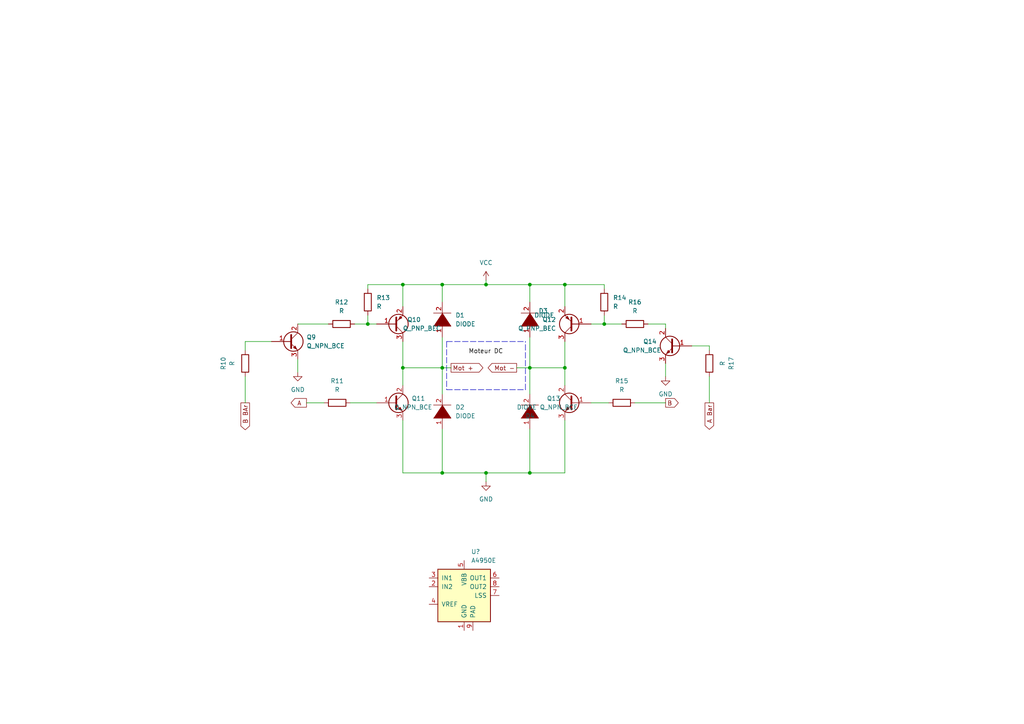
<source format=kicad_sch>
(kicad_sch (version 20211123) (generator eeschema)

  (uuid 1e4210c7-8f94-4183-89e4-4fe846985689)

  (paper "A4")

  (title_block
    (title "Circuit de Control du Moteur principal")
    (date "22/09/2022")
    (rev "1")
    (company "Kosa-Ivasca Patrick")
  )

  (lib_symbols
    (symbol "Device:Q_NPN_BCE" (pin_names (offset 0) hide) (in_bom yes) (on_board yes)
      (property "Reference" "Q" (id 0) (at 5.08 1.27 0)
        (effects (font (size 1.27 1.27)) (justify left))
      )
      (property "Value" "Q_NPN_BCE" (id 1) (at 5.08 -1.27 0)
        (effects (font (size 1.27 1.27)) (justify left))
      )
      (property "Footprint" "" (id 2) (at 5.08 2.54 0)
        (effects (font (size 1.27 1.27)) hide)
      )
      (property "Datasheet" "~" (id 3) (at 0 0 0)
        (effects (font (size 1.27 1.27)) hide)
      )
      (property "ki_keywords" "transistor NPN" (id 4) (at 0 0 0)
        (effects (font (size 1.27 1.27)) hide)
      )
      (property "ki_description" "NPN transistor, base/collector/emitter" (id 5) (at 0 0 0)
        (effects (font (size 1.27 1.27)) hide)
      )
      (symbol "Q_NPN_BCE_0_1"
        (polyline
          (pts
            (xy 0.635 0.635)
            (xy 2.54 2.54)
          )
          (stroke (width 0) (type default) (color 0 0 0 0))
          (fill (type none))
        )
        (polyline
          (pts
            (xy 0.635 -0.635)
            (xy 2.54 -2.54)
            (xy 2.54 -2.54)
          )
          (stroke (width 0) (type default) (color 0 0 0 0))
          (fill (type none))
        )
        (polyline
          (pts
            (xy 0.635 1.905)
            (xy 0.635 -1.905)
            (xy 0.635 -1.905)
          )
          (stroke (width 0.508) (type default) (color 0 0 0 0))
          (fill (type none))
        )
        (polyline
          (pts
            (xy 1.27 -1.778)
            (xy 1.778 -1.27)
            (xy 2.286 -2.286)
            (xy 1.27 -1.778)
            (xy 1.27 -1.778)
          )
          (stroke (width 0) (type default) (color 0 0 0 0))
          (fill (type outline))
        )
        (circle (center 1.27 0) (radius 2.8194)
          (stroke (width 0.254) (type default) (color 0 0 0 0))
          (fill (type none))
        )
      )
      (symbol "Q_NPN_BCE_1_1"
        (pin input line (at -5.08 0 0) (length 5.715)
          (name "B" (effects (font (size 1.27 1.27))))
          (number "1" (effects (font (size 1.27 1.27))))
        )
        (pin passive line (at 2.54 5.08 270) (length 2.54)
          (name "C" (effects (font (size 1.27 1.27))))
          (number "2" (effects (font (size 1.27 1.27))))
        )
        (pin passive line (at 2.54 -5.08 90) (length 2.54)
          (name "E" (effects (font (size 1.27 1.27))))
          (number "3" (effects (font (size 1.27 1.27))))
        )
      )
    )
    (symbol "Device:Q_PNP_BEC" (pin_names (offset 0) hide) (in_bom yes) (on_board yes)
      (property "Reference" "Q" (id 0) (at 5.08 1.27 0)
        (effects (font (size 1.27 1.27)) (justify left))
      )
      (property "Value" "Q_PNP_BEC" (id 1) (at 5.08 -1.27 0)
        (effects (font (size 1.27 1.27)) (justify left))
      )
      (property "Footprint" "" (id 2) (at 5.08 2.54 0)
        (effects (font (size 1.27 1.27)) hide)
      )
      (property "Datasheet" "~" (id 3) (at 0 0 0)
        (effects (font (size 1.27 1.27)) hide)
      )
      (property "ki_keywords" "transistor PNP" (id 4) (at 0 0 0)
        (effects (font (size 1.27 1.27)) hide)
      )
      (property "ki_description" "PNP transistor, base/emitter/collector" (id 5) (at 0 0 0)
        (effects (font (size 1.27 1.27)) hide)
      )
      (symbol "Q_PNP_BEC_0_1"
        (polyline
          (pts
            (xy 0.635 0.635)
            (xy 2.54 2.54)
          )
          (stroke (width 0) (type default) (color 0 0 0 0))
          (fill (type none))
        )
        (polyline
          (pts
            (xy 0.635 -0.635)
            (xy 2.54 -2.54)
            (xy 2.54 -2.54)
          )
          (stroke (width 0) (type default) (color 0 0 0 0))
          (fill (type none))
        )
        (polyline
          (pts
            (xy 0.635 1.905)
            (xy 0.635 -1.905)
            (xy 0.635 -1.905)
          )
          (stroke (width 0.508) (type default) (color 0 0 0 0))
          (fill (type none))
        )
        (polyline
          (pts
            (xy 2.286 -1.778)
            (xy 1.778 -2.286)
            (xy 1.27 -1.27)
            (xy 2.286 -1.778)
            (xy 2.286 -1.778)
          )
          (stroke (width 0) (type default) (color 0 0 0 0))
          (fill (type outline))
        )
        (circle (center 1.27 0) (radius 2.8194)
          (stroke (width 0.254) (type default) (color 0 0 0 0))
          (fill (type none))
        )
      )
      (symbol "Q_PNP_BEC_1_1"
        (pin input line (at -5.08 0 0) (length 5.715)
          (name "B" (effects (font (size 1.27 1.27))))
          (number "1" (effects (font (size 1.27 1.27))))
        )
        (pin passive line (at 2.54 -5.08 90) (length 2.54)
          (name "E" (effects (font (size 1.27 1.27))))
          (number "2" (effects (font (size 1.27 1.27))))
        )
        (pin passive line (at 2.54 5.08 270) (length 2.54)
          (name "C" (effects (font (size 1.27 1.27))))
          (number "3" (effects (font (size 1.27 1.27))))
        )
      )
    )
    (symbol "Device:R" (pin_numbers hide) (pin_names (offset 0)) (in_bom yes) (on_board yes)
      (property "Reference" "R" (id 0) (at 2.032 0 90)
        (effects (font (size 1.27 1.27)))
      )
      (property "Value" "R" (id 1) (at 0 0 90)
        (effects (font (size 1.27 1.27)))
      )
      (property "Footprint" "" (id 2) (at -1.778 0 90)
        (effects (font (size 1.27 1.27)) hide)
      )
      (property "Datasheet" "~" (id 3) (at 0 0 0)
        (effects (font (size 1.27 1.27)) hide)
      )
      (property "ki_keywords" "R res resistor" (id 4) (at 0 0 0)
        (effects (font (size 1.27 1.27)) hide)
      )
      (property "ki_description" "Resistor" (id 5) (at 0 0 0)
        (effects (font (size 1.27 1.27)) hide)
      )
      (property "ki_fp_filters" "R_*" (id 6) (at 0 0 0)
        (effects (font (size 1.27 1.27)) hide)
      )
      (symbol "R_0_1"
        (rectangle (start -1.016 -2.54) (end 1.016 2.54)
          (stroke (width 0.254) (type default) (color 0 0 0 0))
          (fill (type none))
        )
      )
      (symbol "R_1_1"
        (pin passive line (at 0 3.81 270) (length 1.27)
          (name "~" (effects (font (size 1.27 1.27))))
          (number "1" (effects (font (size 1.27 1.27))))
        )
        (pin passive line (at 0 -3.81 90) (length 1.27)
          (name "~" (effects (font (size 1.27 1.27))))
          (number "2" (effects (font (size 1.27 1.27))))
        )
      )
    )
    (symbol "Driver_Motor:A4950E" (pin_names (offset 1.016)) (in_bom yes) (on_board yes)
      (property "Reference" "U" (id 0) (at -7.62 8.89 0)
        (effects (font (size 1.27 1.27)) (justify left))
      )
      (property "Value" "A4950E" (id 1) (at 5.08 8.89 0)
        (effects (font (size 1.27 1.27)) (justify left))
      )
      (property "Footprint" "Package_SO:SOIC-8-1EP_3.9x4.9mm_P1.27mm_EP2.41x3.3mm" (id 2) (at 0 -13.97 0)
        (effects (font (size 1.27 1.27)) hide)
      )
      (property "Datasheet" "http://www.allegromicro.com/~/media/Files/Datasheets/A4950-Datasheet.ashx" (id 3) (at -7.62 8.89 0)
        (effects (font (size 1.27 1.27)) hide)
      )
      (property "ki_keywords" "full-bridge h-bridge" (id 4) (at 0 0 0)
        (effects (font (size 1.27 1.27)) hide)
      )
      (property "ki_description" "Full-Bridge, DMOS PWM, Motor Driver, 40V, 3.5A, -40 to +85C" (id 5) (at 0 0 0)
        (effects (font (size 1.27 1.27)) hide)
      )
      (property "ki_fp_filters" "SOIC-*1EP*" (id 6) (at 0 0 0)
        (effects (font (size 1.27 1.27)) hide)
      )
      (symbol "A4950E_0_1"
        (rectangle (start -7.62 7.62) (end 7.62 -7.62)
          (stroke (width 0.254) (type default) (color 0 0 0 0))
          (fill (type background))
        )
      )
      (symbol "A4950E_1_1"
        (pin power_in line (at 0 -10.16 90) (length 2.54)
          (name "GND" (effects (font (size 1.27 1.27))))
          (number "1" (effects (font (size 1.27 1.27))))
        )
        (pin input line (at -10.16 2.54 0) (length 2.54)
          (name "IN2" (effects (font (size 1.27 1.27))))
          (number "2" (effects (font (size 1.27 1.27))))
        )
        (pin input line (at -10.16 5.08 0) (length 2.54)
          (name "IN1" (effects (font (size 1.27 1.27))))
          (number "3" (effects (font (size 1.27 1.27))))
        )
        (pin passive line (at -10.16 -2.54 0) (length 2.54)
          (name "VREF" (effects (font (size 1.27 1.27))))
          (number "4" (effects (font (size 1.27 1.27))))
        )
        (pin power_in line (at 0 10.16 270) (length 2.54)
          (name "VBB" (effects (font (size 1.27 1.27))))
          (number "5" (effects (font (size 1.27 1.27))))
        )
        (pin power_out line (at 10.16 5.08 180) (length 2.54)
          (name "OUT1" (effects (font (size 1.27 1.27))))
          (number "6" (effects (font (size 1.27 1.27))))
        )
        (pin power_in line (at 10.16 0 180) (length 2.54)
          (name "LSS" (effects (font (size 1.27 1.27))))
          (number "7" (effects (font (size 1.27 1.27))))
        )
        (pin power_out line (at 10.16 2.54 180) (length 2.54)
          (name "OUT2" (effects (font (size 1.27 1.27))))
          (number "8" (effects (font (size 1.27 1.27))))
        )
        (pin power_in line (at 2.54 -10.16 90) (length 2.54)
          (name "PAD" (effects (font (size 1.27 1.27))))
          (number "9" (effects (font (size 1.27 1.27))))
        )
      )
    )
    (symbol "power:GND" (power) (pin_names (offset 0)) (in_bom yes) (on_board yes)
      (property "Reference" "#PWR" (id 0) (at 0 -6.35 0)
        (effects (font (size 1.27 1.27)) hide)
      )
      (property "Value" "GND" (id 1) (at 0 -3.81 0)
        (effects (font (size 1.27 1.27)))
      )
      (property "Footprint" "" (id 2) (at 0 0 0)
        (effects (font (size 1.27 1.27)) hide)
      )
      (property "Datasheet" "" (id 3) (at 0 0 0)
        (effects (font (size 1.27 1.27)) hide)
      )
      (property "ki_keywords" "power-flag" (id 4) (at 0 0 0)
        (effects (font (size 1.27 1.27)) hide)
      )
      (property "ki_description" "Power symbol creates a global label with name \"GND\" , ground" (id 5) (at 0 0 0)
        (effects (font (size 1.27 1.27)) hide)
      )
      (symbol "GND_0_1"
        (polyline
          (pts
            (xy 0 0)
            (xy 0 -1.27)
            (xy 1.27 -1.27)
            (xy 0 -2.54)
            (xy -1.27 -1.27)
            (xy 0 -1.27)
          )
          (stroke (width 0) (type default) (color 0 0 0 0))
          (fill (type none))
        )
      )
      (symbol "GND_1_1"
        (pin power_in line (at 0 0 270) (length 0) hide
          (name "GND" (effects (font (size 1.27 1.27))))
          (number "1" (effects (font (size 1.27 1.27))))
        )
      )
    )
    (symbol "power:VCC" (power) (pin_names (offset 0)) (in_bom yes) (on_board yes)
      (property "Reference" "#PWR" (id 0) (at 0 -3.81 0)
        (effects (font (size 1.27 1.27)) hide)
      )
      (property "Value" "VCC" (id 1) (at 0 3.81 0)
        (effects (font (size 1.27 1.27)))
      )
      (property "Footprint" "" (id 2) (at 0 0 0)
        (effects (font (size 1.27 1.27)) hide)
      )
      (property "Datasheet" "" (id 3) (at 0 0 0)
        (effects (font (size 1.27 1.27)) hide)
      )
      (property "ki_keywords" "power-flag" (id 4) (at 0 0 0)
        (effects (font (size 1.27 1.27)) hide)
      )
      (property "ki_description" "Power symbol creates a global label with name \"VCC\"" (id 5) (at 0 0 0)
        (effects (font (size 1.27 1.27)) hide)
      )
      (symbol "VCC_0_1"
        (polyline
          (pts
            (xy -0.762 1.27)
            (xy 0 2.54)
          )
          (stroke (width 0) (type default) (color 0 0 0 0))
          (fill (type none))
        )
        (polyline
          (pts
            (xy 0 0)
            (xy 0 2.54)
          )
          (stroke (width 0) (type default) (color 0 0 0 0))
          (fill (type none))
        )
        (polyline
          (pts
            (xy 0 2.54)
            (xy 0.762 1.27)
          )
          (stroke (width 0) (type default) (color 0 0 0 0))
          (fill (type none))
        )
      )
      (symbol "VCC_1_1"
        (pin power_in line (at 0 0 90) (length 0) hide
          (name "VCC" (effects (font (size 1.27 1.27))))
          (number "1" (effects (font (size 1.27 1.27))))
        )
      )
    )
    (symbol "pspice:DIODE" (pin_names (offset 1.016) hide) (in_bom yes) (on_board yes)
      (property "Reference" "D" (id 0) (at 0 3.81 0)
        (effects (font (size 1.27 1.27)))
      )
      (property "Value" "DIODE" (id 1) (at 0 -4.445 0)
        (effects (font (size 1.27 1.27)))
      )
      (property "Footprint" "" (id 2) (at 0 0 0)
        (effects (font (size 1.27 1.27)) hide)
      )
      (property "Datasheet" "~" (id 3) (at 0 0 0)
        (effects (font (size 1.27 1.27)) hide)
      )
      (property "ki_keywords" "simulation" (id 4) (at 0 0 0)
        (effects (font (size 1.27 1.27)) hide)
      )
      (property "ki_description" "Diode symbol for simulation only. Pin order incompatible with official kicad footprints" (id 5) (at 0 0 0)
        (effects (font (size 1.27 1.27)) hide)
      )
      (symbol "DIODE_0_1"
        (polyline
          (pts
            (xy 1.905 2.54)
            (xy 1.905 -2.54)
          )
          (stroke (width 0) (type default) (color 0 0 0 0))
          (fill (type none))
        )
        (polyline
          (pts
            (xy -1.905 2.54)
            (xy -1.905 -2.54)
            (xy 1.905 0)
          )
          (stroke (width 0) (type default) (color 0 0 0 0))
          (fill (type outline))
        )
      )
      (symbol "DIODE_1_1"
        (pin input line (at -5.08 0 0) (length 3.81)
          (name "K" (effects (font (size 1.27 1.27))))
          (number "1" (effects (font (size 1.27 1.27))))
        )
        (pin input line (at 5.08 0 180) (length 3.81)
          (name "A" (effects (font (size 1.27 1.27))))
          (number "2" (effects (font (size 1.27 1.27))))
        )
      )
    )
  )

  (junction (at 163.83 82.55) (diameter 0) (color 0 0 0 0)
    (uuid 44c3f807-d4e5-47ea-80ef-83b410f30586)
  )
  (junction (at 116.84 82.55) (diameter 0) (color 0 0 0 0)
    (uuid 5de1453f-babc-47fe-98c4-9f0cac52ad22)
  )
  (junction (at 128.27 106.68) (diameter 0) (color 0 0 0 0)
    (uuid 5edb3971-868c-4b58-891b-0117334cc8e4)
  )
  (junction (at 153.67 82.55) (diameter 0) (color 0 0 0 0)
    (uuid 7786a9c5-ffcd-4010-a2a6-3d8f98949468)
  )
  (junction (at 153.67 137.16) (diameter 0) (color 0 0 0 0)
    (uuid 7ee3a800-3112-4587-8944-69d7e24592f5)
  )
  (junction (at 128.27 137.16) (diameter 0) (color 0 0 0 0)
    (uuid 9c73120a-bc38-4008-ad89-69975da7d8cb)
  )
  (junction (at 175.26 93.98) (diameter 0) (color 0 0 0 0)
    (uuid a29a37dc-491d-4298-a1db-68e78da5d942)
  )
  (junction (at 106.68 93.98) (diameter 0) (color 0 0 0 0)
    (uuid affe533d-8c06-4477-9ae7-4db062578c64)
  )
  (junction (at 163.83 106.68) (diameter 0) (color 0 0 0 0)
    (uuid b2c2cf79-8d2c-472c-988a-f8c71d8a74b7)
  )
  (junction (at 128.27 82.55) (diameter 0) (color 0 0 0 0)
    (uuid c49bd0a5-9edc-42dd-8b65-683e8ee172e9)
  )
  (junction (at 116.84 106.68) (diameter 0) (color 0 0 0 0)
    (uuid ef15914e-1261-4a99-a0ec-863e5b43b92c)
  )
  (junction (at 140.97 137.16) (diameter 0) (color 0 0 0 0)
    (uuid f4f25737-6459-4c23-9c37-a82090dff54b)
  )
  (junction (at 140.97 82.55) (diameter 0) (color 0 0 0 0)
    (uuid faec613d-d7ee-4a13-a9f2-74d6414be711)
  )
  (junction (at 153.67 106.68) (diameter 0) (color 0 0 0 0)
    (uuid ffe2d4fd-15f1-4c53-aaac-c53691f374a9)
  )

  (wire (pts (xy 200.66 100.33) (xy 205.74 100.33))
    (stroke (width 0) (type default) (color 0 0 0 0))
    (uuid 01637125-00c7-4f0a-a88c-c5bb652cf5ec)
  )
  (wire (pts (xy 153.67 106.68) (xy 163.83 106.68))
    (stroke (width 0) (type default) (color 0 0 0 0))
    (uuid 0e0b6622-22ca-49a7-ac4f-afabfb6f2650)
  )
  (wire (pts (xy 116.84 137.16) (xy 128.27 137.16))
    (stroke (width 0) (type default) (color 0 0 0 0))
    (uuid 130a1436-0118-43db-8429-e380b000ab91)
  )
  (wire (pts (xy 116.84 88.9) (xy 116.84 82.55))
    (stroke (width 0) (type default) (color 0 0 0 0))
    (uuid 15b0df89-31ab-408c-b2b7-b68f3893f8c4)
  )
  (wire (pts (xy 116.84 106.68) (xy 128.27 106.68))
    (stroke (width 0) (type default) (color 0 0 0 0))
    (uuid 16f8d6ea-4938-4732-9f14-c09b7f0b7600)
  )
  (wire (pts (xy 71.12 116.84) (xy 71.12 109.22))
    (stroke (width 0) (type default) (color 0 0 0 0))
    (uuid 18171e3f-fb8b-4bd6-aecd-808f8dace152)
  )
  (wire (pts (xy 128.27 106.68) (xy 128.27 114.3))
    (stroke (width 0) (type default) (color 0 0 0 0))
    (uuid 18736b9c-811b-4b97-b56c-5a67c878887a)
  )
  (polyline (pts (xy 129.54 99.06) (xy 129.54 113.03))
    (stroke (width 0) (type default) (color 0 0 0 0))
    (uuid 1da60df7-f572-4cc4-b75e-97adc9d6e5ab)
  )

  (wire (pts (xy 193.04 93.98) (xy 193.04 95.25))
    (stroke (width 0) (type default) (color 0 0 0 0))
    (uuid 23a0700f-1629-411c-8a20-41d5fd586ee4)
  )
  (wire (pts (xy 128.27 137.16) (xy 140.97 137.16))
    (stroke (width 0) (type default) (color 0 0 0 0))
    (uuid 24b46e47-e333-496d-b5c6-5185752c2d41)
  )
  (wire (pts (xy 86.36 93.98) (xy 95.25 93.98))
    (stroke (width 0) (type default) (color 0 0 0 0))
    (uuid 2a1284ad-abcb-4387-aab3-4c6bbfaefced)
  )
  (wire (pts (xy 140.97 82.55) (xy 153.67 82.55))
    (stroke (width 0) (type default) (color 0 0 0 0))
    (uuid 2ac03fdb-9b7f-49ef-a301-2a366bed4b1b)
  )
  (wire (pts (xy 128.27 82.55) (xy 128.27 87.63))
    (stroke (width 0) (type default) (color 0 0 0 0))
    (uuid 2adb454a-7370-4371-9541-8e5130b47b4d)
  )
  (wire (pts (xy 175.26 93.98) (xy 180.34 93.98))
    (stroke (width 0) (type default) (color 0 0 0 0))
    (uuid 2b928f88-0f78-447c-8867-14b2a5f9334a)
  )
  (wire (pts (xy 187.96 93.98) (xy 193.04 93.98))
    (stroke (width 0) (type default) (color 0 0 0 0))
    (uuid 2dd5b562-0e02-4d0e-80f7-52f77a7615d7)
  )
  (wire (pts (xy 205.74 100.33) (xy 205.74 101.6))
    (stroke (width 0) (type default) (color 0 0 0 0))
    (uuid 326384be-4794-40ed-801c-993d2df2aa86)
  )
  (wire (pts (xy 153.67 82.55) (xy 163.83 82.55))
    (stroke (width 0) (type default) (color 0 0 0 0))
    (uuid 340765e1-267c-4c93-b95d-5cebc4a50cce)
  )
  (wire (pts (xy 78.74 99.06) (xy 71.12 99.06))
    (stroke (width 0) (type default) (color 0 0 0 0))
    (uuid 34ba9ccb-c6ff-46fb-a037-b09d060e98c9)
  )
  (wire (pts (xy 153.67 97.79) (xy 153.67 106.68))
    (stroke (width 0) (type default) (color 0 0 0 0))
    (uuid 3907d162-4ed9-4028-8908-3c98593b15b7)
  )
  (wire (pts (xy 128.27 106.68) (xy 130.81 106.68))
    (stroke (width 0) (type default) (color 0 0 0 0))
    (uuid 40eb89b1-521b-4329-8ac4-d03b575e5ad2)
  )
  (wire (pts (xy 184.15 116.84) (xy 193.04 116.84))
    (stroke (width 0) (type default) (color 0 0 0 0))
    (uuid 426a7268-969e-4d1f-a7c8-a3bc6e70e98b)
  )
  (wire (pts (xy 128.27 82.55) (xy 140.97 82.55))
    (stroke (width 0) (type default) (color 0 0 0 0))
    (uuid 4c330ef1-9ba2-46ad-98d6-a781b7d7befa)
  )
  (wire (pts (xy 71.12 99.06) (xy 71.12 101.6))
    (stroke (width 0) (type default) (color 0 0 0 0))
    (uuid 586a0b13-2396-4546-aec3-5d1a6daa48f9)
  )
  (wire (pts (xy 175.26 83.82) (xy 175.26 82.55))
    (stroke (width 0) (type default) (color 0 0 0 0))
    (uuid 5c56940e-deed-487e-9ef3-a325f3f8ded0)
  )
  (wire (pts (xy 116.84 99.06) (xy 116.84 106.68))
    (stroke (width 0) (type default) (color 0 0 0 0))
    (uuid 5d704835-9482-45ca-9698-0f54b5073adc)
  )
  (wire (pts (xy 140.97 137.16) (xy 140.97 139.7))
    (stroke (width 0) (type default) (color 0 0 0 0))
    (uuid 662bb0fd-9dd0-4a85-ac3c-cb5b29a29bd3)
  )
  (wire (pts (xy 140.97 82.55) (xy 140.97 81.28))
    (stroke (width 0) (type default) (color 0 0 0 0))
    (uuid 68a8de26-7356-480d-aeaf-e873529b2fbe)
  )
  (wire (pts (xy 101.6 116.84) (xy 109.22 116.84))
    (stroke (width 0) (type default) (color 0 0 0 0))
    (uuid 6ce43056-7338-4236-9eeb-ab13b8cf8795)
  )
  (wire (pts (xy 163.83 111.76) (xy 163.83 106.68))
    (stroke (width 0) (type default) (color 0 0 0 0))
    (uuid 6d1350b2-3866-4ed2-93e0-e183c289aca3)
  )
  (wire (pts (xy 153.67 124.46) (xy 153.67 137.16))
    (stroke (width 0) (type default) (color 0 0 0 0))
    (uuid 6e221ef5-2053-4e74-8a27-4dd427a1ffe9)
  )
  (wire (pts (xy 163.83 88.9) (xy 163.83 82.55))
    (stroke (width 0) (type default) (color 0 0 0 0))
    (uuid 729a86b3-13ba-47c1-bb40-170e6184be95)
  )
  (wire (pts (xy 106.68 82.55) (xy 106.68 83.82))
    (stroke (width 0) (type default) (color 0 0 0 0))
    (uuid 7575b8a1-0d0d-4317-b26a-c553c279ea9c)
  )
  (wire (pts (xy 116.84 82.55) (xy 128.27 82.55))
    (stroke (width 0) (type default) (color 0 0 0 0))
    (uuid 77b88e70-ce89-4424-9016-35e92e5c88f4)
  )
  (wire (pts (xy 102.87 93.98) (xy 106.68 93.98))
    (stroke (width 0) (type default) (color 0 0 0 0))
    (uuid 793182a7-a29c-4ffa-a1b9-5e68d1edcf7b)
  )
  (wire (pts (xy 106.68 91.44) (xy 106.68 93.98))
    (stroke (width 0) (type default) (color 0 0 0 0))
    (uuid 8019d10a-3c7d-4524-9923-73afddb3107c)
  )
  (wire (pts (xy 193.04 105.41) (xy 193.04 109.22))
    (stroke (width 0) (type default) (color 0 0 0 0))
    (uuid 83cb8e95-8010-4558-9e4b-1ac276568c25)
  )
  (wire (pts (xy 163.83 121.92) (xy 163.83 137.16))
    (stroke (width 0) (type default) (color 0 0 0 0))
    (uuid 8a0050ca-5c93-4c32-9f39-8740a74f5a42)
  )
  (wire (pts (xy 140.97 137.16) (xy 153.67 137.16))
    (stroke (width 0) (type default) (color 0 0 0 0))
    (uuid 8c50f30d-3567-4e5a-a406-4b968883032f)
  )
  (wire (pts (xy 175.26 93.98) (xy 171.45 93.98))
    (stroke (width 0) (type default) (color 0 0 0 0))
    (uuid 8eb73697-a956-4c36-a70c-7f1fb62bd7c7)
  )
  (wire (pts (xy 153.67 137.16) (xy 163.83 137.16))
    (stroke (width 0) (type default) (color 0 0 0 0))
    (uuid 91d360ab-fbe6-43ab-b6c5-9fa080add7c4)
  )
  (polyline (pts (xy 129.54 99.06) (xy 152.4 99.06))
    (stroke (width 0) (type default) (color 0 0 0 0))
    (uuid 97cb1a45-16d3-45d2-8be1-5424b81ddadf)
  )

  (wire (pts (xy 106.68 93.98) (xy 109.22 93.98))
    (stroke (width 0) (type default) (color 0 0 0 0))
    (uuid 990aac2a-0328-4b1d-a393-43916c7e826f)
  )
  (wire (pts (xy 88.9 116.84) (xy 93.98 116.84))
    (stroke (width 0) (type default) (color 0 0 0 0))
    (uuid 99c75f29-d5aa-4b13-9f7c-f1f93acc10cc)
  )
  (wire (pts (xy 116.84 82.55) (xy 106.68 82.55))
    (stroke (width 0) (type default) (color 0 0 0 0))
    (uuid 9ab96a22-3490-4ae7-b59d-388fb17e9364)
  )
  (wire (pts (xy 153.67 106.68) (xy 153.67 114.3))
    (stroke (width 0) (type default) (color 0 0 0 0))
    (uuid 9fd52c31-f4e2-471c-9307-1d52e11ec2dd)
  )
  (wire (pts (xy 153.67 82.55) (xy 153.67 87.63))
    (stroke (width 0) (type default) (color 0 0 0 0))
    (uuid a9fd323f-8c42-4fe6-9abf-12a16bd8486e)
  )
  (polyline (pts (xy 129.54 113.03) (xy 152.4 113.03))
    (stroke (width 0) (type default) (color 0 0 0 0))
    (uuid ab2d3771-3128-4360-b8e4-5771ff2ad8f8)
  )

  (wire (pts (xy 86.36 104.14) (xy 86.36 107.95))
    (stroke (width 0) (type default) (color 0 0 0 0))
    (uuid b44b0189-5bd2-48ce-b736-411bf3dec273)
  )
  (polyline (pts (xy 152.4 113.03) (xy 152.4 99.06))
    (stroke (width 0) (type default) (color 0 0 0 0))
    (uuid bfda1dc6-a6fb-4329-ac48-f17e1bb59ebc)
  )

  (wire (pts (xy 149.86 106.68) (xy 153.67 106.68))
    (stroke (width 0) (type default) (color 0 0 0 0))
    (uuid c0b03783-fb4f-4de5-b96c-50c70e716593)
  )
  (wire (pts (xy 175.26 91.44) (xy 175.26 93.98))
    (stroke (width 0) (type default) (color 0 0 0 0))
    (uuid cce2dbfd-bdd5-47bb-8648-1bf4bb3b9613)
  )
  (wire (pts (xy 116.84 106.68) (xy 116.84 111.76))
    (stroke (width 0) (type default) (color 0 0 0 0))
    (uuid d3fd8b8a-13f9-4209-8ac0-79684e7c5336)
  )
  (wire (pts (xy 116.84 121.92) (xy 116.84 137.16))
    (stroke (width 0) (type default) (color 0 0 0 0))
    (uuid d9f19eea-fdbe-40e2-8ae6-8c8e9a96258d)
  )
  (wire (pts (xy 163.83 99.06) (xy 163.83 106.68))
    (stroke (width 0) (type default) (color 0 0 0 0))
    (uuid e3311f84-bef0-4cbb-8ab3-73a673ddad3b)
  )
  (wire (pts (xy 205.74 109.22) (xy 205.74 116.84))
    (stroke (width 0) (type default) (color 0 0 0 0))
    (uuid e585a7ec-ad14-464a-9e3b-6d122e09d15c)
  )
  (wire (pts (xy 128.27 124.46) (xy 128.27 137.16))
    (stroke (width 0) (type default) (color 0 0 0 0))
    (uuid e7adf77b-b195-4589-b087-3b20e2efb593)
  )
  (wire (pts (xy 171.45 116.84) (xy 176.53 116.84))
    (stroke (width 0) (type default) (color 0 0 0 0))
    (uuid ee8e428c-3690-4090-9550-2e0ac442fe4d)
  )
  (wire (pts (xy 128.27 97.79) (xy 128.27 106.68))
    (stroke (width 0) (type default) (color 0 0 0 0))
    (uuid f5a8c47b-f6f3-4ce6-81e5-03d06b08dfe8)
  )
  (wire (pts (xy 175.26 82.55) (xy 163.83 82.55))
    (stroke (width 0) (type default) (color 0 0 0 0))
    (uuid f8f9e9e2-9469-4f24-b2e7-0c4b6b8234d5)
  )

  (label "Moteur DC" (at 135.89 102.87 0)
    (effects (font (size 1.27 1.27)) (justify left bottom))
    (uuid e35b213b-50dd-40b2-b6d9-c8ed0696695f)
  )

  (global_label "Mot -" (shape output) (at 149.86 106.68 180) (fields_autoplaced)
    (effects (font (size 1.27 1.27)) (justify right))
    (uuid 08aa5ab1-c7dc-44a4-a01e-ebb6f9b253c0)
    (property "Intersheet References" "${INTERSHEET_REFS}" (id 0) (at 141.5807 106.6006 0)
      (effects (font (size 1.27 1.27)) (justify right) hide)
    )
  )
  (global_label "A Bar" (shape output) (at 205.74 116.84 270) (fields_autoplaced)
    (effects (font (size 1.27 1.27)) (justify right))
    (uuid 4d8870b8-49d5-4c74-87df-39703fe9c348)
    (property "Intersheet References" "${INTERSHEET_REFS}" (id 0) (at 205.8194 124.5145 90)
      (effects (font (size 1.27 1.27)) (justify right) hide)
    )
  )
  (global_label "B BAr" (shape output) (at 71.12 116.84 270) (fields_autoplaced)
    (effects (font (size 1.27 1.27)) (justify right))
    (uuid 4eeeda4e-17af-4c55-93bf-caaa6e742b2d)
    (property "Intersheet References" "${INTERSHEET_REFS}" (id 0) (at 71.0406 124.6355 90)
      (effects (font (size 1.27 1.27)) (justify right) hide)
    )
  )
  (global_label "Mot + " (shape output) (at 130.81 106.68 0) (fields_autoplaced)
    (effects (font (size 1.27 1.27)) (justify left))
    (uuid 5f99f21e-32aa-4cd4-bb56-ec98eeda529d)
    (property "Intersheet References" "${INTERSHEET_REFS}" (id 0) (at 140.0569 106.6006 0)
      (effects (font (size 1.27 1.27)) (justify left) hide)
    )
  )
  (global_label "A " (shape output) (at 88.9 116.84 180) (fields_autoplaced)
    (effects (font (size 1.27 1.27)) (justify right))
    (uuid 72c8e8f8-edb8-4696-85ef-7073c7c41123)
    (property "Intersheet References" "${INTERSHEET_REFS}" (id 0) (at 84.4307 116.7606 0)
      (effects (font (size 1.27 1.27)) (justify right) hide)
    )
  )
  (global_label "B" (shape output) (at 193.04 116.84 0) (fields_autoplaced)
    (effects (font (size 1.27 1.27)) (justify left))
    (uuid d7ac80b8-f903-4cb1-a06e-e9599e3ef186)
    (property "Intersheet References" "${INTERSHEET_REFS}" (id 0) (at 196.7231 116.7606 0)
      (effects (font (size 1.27 1.27)) (justify left) hide)
    )
  )

  (symbol (lib_id "Driver_Motor:A4950E") (at 134.62 172.72 0) (unit 1)
    (in_bom yes) (on_board yes) (fields_autoplaced)
    (uuid 0c773524-6278-407c-9687-3d51a0386e84)
    (property "Reference" "U?" (id 0) (at 136.6394 160.02 0)
      (effects (font (size 1.27 1.27)) (justify left))
    )
    (property "Value" "A4950E" (id 1) (at 136.6394 162.56 0)
      (effects (font (size 1.27 1.27)) (justify left))
    )
    (property "Footprint" "Package_SO:SOIC-8-1EP_3.9x4.9mm_P1.27mm_EP2.41x3.3mm" (id 2) (at 134.62 186.69 0)
      (effects (font (size 1.27 1.27)) hide)
    )
    (property "Datasheet" "http://www.allegromicro.com/~/media/Files/Datasheets/A4950-Datasheet.ashx" (id 3) (at 127 163.83 0)
      (effects (font (size 1.27 1.27)) hide)
    )
    (pin "1" (uuid b08686b9-ad14-43f0-b13f-b01649fe56de))
    (pin "2" (uuid a666634c-8123-4641-a0f4-e3dbfe6bc74d))
    (pin "3" (uuid 6d203587-c3f3-480d-871a-bb2f4186ec92))
    (pin "4" (uuid 7f8598c1-2ee3-442f-982f-560327de9f42))
    (pin "5" (uuid 3e9c784e-2f01-4bfa-8f43-dacac2859f45))
    (pin "6" (uuid c72e15cb-d75d-449c-a12c-c98bca971478))
    (pin "7" (uuid 6f949bbe-21c5-4650-ad25-60e2cf6344a6))
    (pin "8" (uuid 6c12e398-72a1-4c7d-a4a7-17b2be3b9ea7))
    (pin "9" (uuid b43e7c21-8e6f-43e3-8dcf-3a3821eb96da))
  )

  (symbol (lib_id "Device:Q_NPN_BCE") (at 114.3 116.84 0) (unit 1)
    (in_bom yes) (on_board yes)
    (uuid 12339725-0481-4b9b-a51d-6d0c33389e50)
    (property "Reference" "Q11" (id 0) (at 119.38 115.5699 0)
      (effects (font (size 1.27 1.27)) (justify left))
    )
    (property "Value" "Q_NPN_BCE" (id 1) (at 114.3 118.11 0)
      (effects (font (size 1.27 1.27)) (justify left))
    )
    (property "Footprint" "" (id 2) (at 119.38 114.3 0)
      (effects (font (size 1.27 1.27)) hide)
    )
    (property "Datasheet" "~" (id 3) (at 114.3 116.84 0)
      (effects (font (size 1.27 1.27)) hide)
    )
    (pin "1" (uuid db635727-3cba-441a-a0fa-d4b0818455af))
    (pin "2" (uuid 749b11e2-b09b-47b6-97c1-393962c4f78a))
    (pin "3" (uuid 01c86741-2c86-4502-ae0f-368c29a9a358))
  )

  (symbol (lib_id "Device:R") (at 99.06 93.98 270) (unit 1)
    (in_bom yes) (on_board yes) (fields_autoplaced)
    (uuid 13233b3b-aa75-49d3-a5e8-8289c90f8c70)
    (property "Reference" "R12" (id 0) (at 99.06 87.63 90))
    (property "Value" "R" (id 1) (at 99.06 90.17 90))
    (property "Footprint" "" (id 2) (at 99.06 92.202 90)
      (effects (font (size 1.27 1.27)) hide)
    )
    (property "Datasheet" "~" (id 3) (at 99.06 93.98 0)
      (effects (font (size 1.27 1.27)) hide)
    )
    (pin "1" (uuid 5754367b-a36d-431d-90a6-c0fb8630fe9d))
    (pin "2" (uuid 87eea388-320e-4bd2-88a1-66940450e33c))
  )

  (symbol (lib_id "Device:R") (at 205.74 105.41 180) (unit 1)
    (in_bom yes) (on_board yes) (fields_autoplaced)
    (uuid 24eb1c7e-3c88-432d-b2db-3f75481bf039)
    (property "Reference" "R17" (id 0) (at 212.09 105.41 90))
    (property "Value" "R" (id 1) (at 209.55 105.41 90))
    (property "Footprint" "" (id 2) (at 207.518 105.41 90)
      (effects (font (size 1.27 1.27)) hide)
    )
    (property "Datasheet" "~" (id 3) (at 205.74 105.41 0)
      (effects (font (size 1.27 1.27)) hide)
    )
    (pin "1" (uuid a087f11f-3c6e-4501-8b13-02967d3fc090))
    (pin "2" (uuid d11a3b59-1c73-4073-9e67-be42d22d73b9))
  )

  (symbol (lib_id "power:GND") (at 193.04 109.22 0) (unit 1)
    (in_bom yes) (on_board yes) (fields_autoplaced)
    (uuid 2502cf3b-48b9-459e-a155-6760e646a3ad)
    (property "Reference" "#PWR0114" (id 0) (at 193.04 115.57 0)
      (effects (font (size 1.27 1.27)) hide)
    )
    (property "Value" "GND" (id 1) (at 193.04 114.3 0))
    (property "Footprint" "" (id 2) (at 193.04 109.22 0)
      (effects (font (size 1.27 1.27)) hide)
    )
    (property "Datasheet" "" (id 3) (at 193.04 109.22 0)
      (effects (font (size 1.27 1.27)) hide)
    )
    (pin "1" (uuid 5476f5ed-08a0-4b1e-b5aa-1cdc71afcec0))
  )

  (symbol (lib_id "Device:R") (at 184.15 93.98 90) (unit 1)
    (in_bom yes) (on_board yes) (fields_autoplaced)
    (uuid 27127790-7908-4ecb-a6b6-d44c6d253831)
    (property "Reference" "R16" (id 0) (at 184.15 87.63 90))
    (property "Value" "R" (id 1) (at 184.15 90.17 90))
    (property "Footprint" "" (id 2) (at 184.15 95.758 90)
      (effects (font (size 1.27 1.27)) hide)
    )
    (property "Datasheet" "~" (id 3) (at 184.15 93.98 0)
      (effects (font (size 1.27 1.27)) hide)
    )
    (pin "1" (uuid df99e7a5-2079-489f-b90a-d295904361c0))
    (pin "2" (uuid 78eb6903-c4d9-4cc6-89a5-0427846482b8))
  )

  (symbol (lib_id "Device:Q_PNP_BEC") (at 166.37 93.98 180) (unit 1)
    (in_bom yes) (on_board yes) (fields_autoplaced)
    (uuid 27ab1b07-2e76-4196-9cf5-e48decadde0c)
    (property "Reference" "Q12" (id 0) (at 161.29 92.7099 0)
      (effects (font (size 1.27 1.27)) (justify left))
    )
    (property "Value" "Q_PNP_BEC" (id 1) (at 161.29 95.2499 0)
      (effects (font (size 1.27 1.27)) (justify left))
    )
    (property "Footprint" "" (id 2) (at 161.29 96.52 0)
      (effects (font (size 1.27 1.27)) hide)
    )
    (property "Datasheet" "~" (id 3) (at 166.37 93.98 0)
      (effects (font (size 1.27 1.27)) hide)
    )
    (pin "1" (uuid c2fb927a-bef2-49fb-a004-d9403dd7d865))
    (pin "2" (uuid 2cb5a264-8b0c-42bf-8bda-f7af77eebd6a))
    (pin "3" (uuid 8d671b16-de9b-43e1-952d-54f2c32721b4))
  )

  (symbol (lib_id "pspice:DIODE") (at 153.67 92.71 90) (unit 1)
    (in_bom yes) (on_board yes)
    (uuid 28dfb1a0-7ad7-4fbf-bbfd-42672854c304)
    (property "Reference" "D3" (id 0) (at 156.21 90.17 90)
      (effects (font (size 1.27 1.27)) (justify right))
    )
    (property "Value" "DIODE" (id 1) (at 154.94 91.44 90)
      (effects (font (size 1.27 1.27)) (justify right))
    )
    (property "Footprint" "" (id 2) (at 153.67 92.71 0)
      (effects (font (size 1.27 1.27)) hide)
    )
    (property "Datasheet" "~" (id 3) (at 153.67 92.71 0)
      (effects (font (size 1.27 1.27)) hide)
    )
    (pin "1" (uuid 6461bbf9-a45b-4ff3-8a15-514511aa1290))
    (pin "2" (uuid 50a955f3-1649-4f2b-be24-be6b70634dae))
  )

  (symbol (lib_id "Device:Q_NPN_BCE") (at 195.58 100.33 0) (mirror y) (unit 1)
    (in_bom yes) (on_board yes)
    (uuid 2bb6ff78-29e5-4500-a488-d2726ee8dc2b)
    (property "Reference" "Q14" (id 0) (at 190.5 99.0599 0)
      (effects (font (size 1.27 1.27)) (justify left))
    )
    (property "Value" "Q_NPN_BCE" (id 1) (at 191.77 101.5999 0)
      (effects (font (size 1.27 1.27)) (justify left))
    )
    (property "Footprint" "" (id 2) (at 190.5 97.79 0)
      (effects (font (size 1.27 1.27)) hide)
    )
    (property "Datasheet" "~" (id 3) (at 195.58 100.33 0)
      (effects (font (size 1.27 1.27)) hide)
    )
    (pin "1" (uuid b5ca588c-b2cd-47ce-a853-4460de95cced))
    (pin "2" (uuid b987bc38-678f-44cf-85c6-dff6f51e68b2))
    (pin "3" (uuid 45395a30-35a2-41d2-bf57-c4d36a73c5b6))
  )

  (symbol (lib_id "pspice:DIODE") (at 128.27 119.38 90) (unit 1)
    (in_bom yes) (on_board yes) (fields_autoplaced)
    (uuid 3bbdb8d8-f2f8-4286-9754-8e9352a94243)
    (property "Reference" "D2" (id 0) (at 132.08 118.1099 90)
      (effects (font (size 1.27 1.27)) (justify right))
    )
    (property "Value" "DIODE" (id 1) (at 132.08 120.6499 90)
      (effects (font (size 1.27 1.27)) (justify right))
    )
    (property "Footprint" "" (id 2) (at 128.27 119.38 0)
      (effects (font (size 1.27 1.27)) hide)
    )
    (property "Datasheet" "~" (id 3) (at 128.27 119.38 0)
      (effects (font (size 1.27 1.27)) hide)
    )
    (pin "1" (uuid b58cca5e-acda-4a5e-9cff-e8f18ca241da))
    (pin "2" (uuid 5f7ae099-d374-4333-af3e-8cad56ab66ce))
  )

  (symbol (lib_id "Device:Q_NPN_BCE") (at 83.82 99.06 0) (unit 1)
    (in_bom yes) (on_board yes) (fields_autoplaced)
    (uuid 58b26ce7-2128-4c29-ad9a-a7789663f8bd)
    (property "Reference" "Q9" (id 0) (at 88.9 97.7899 0)
      (effects (font (size 1.27 1.27)) (justify left))
    )
    (property "Value" "Q_NPN_BCE" (id 1) (at 88.9 100.3299 0)
      (effects (font (size 1.27 1.27)) (justify left))
    )
    (property "Footprint" "" (id 2) (at 88.9 96.52 0)
      (effects (font (size 1.27 1.27)) hide)
    )
    (property "Datasheet" "~" (id 3) (at 83.82 99.06 0)
      (effects (font (size 1.27 1.27)) hide)
    )
    (pin "1" (uuid 6189b29c-6e1c-4ebf-a999-6c27b2a33c76))
    (pin "2" (uuid ca963dc6-2fa2-4dbb-a79a-72ef7c3392a4))
    (pin "3" (uuid e0342b69-11ad-4bef-930f-64ef72ee7cfa))
  )

  (symbol (lib_id "Device:Q_PNP_BEC") (at 114.3 93.98 0) (mirror x) (unit 1)
    (in_bom yes) (on_board yes)
    (uuid 6bc619ee-ac20-452b-a669-47475f2ba07a)
    (property "Reference" "Q10" (id 0) (at 118.11 92.71 0)
      (effects (font (size 1.27 1.27)) (justify left))
    )
    (property "Value" "Q_PNP_BEC" (id 1) (at 116.84 95.25 0)
      (effects (font (size 1.27 1.27)) (justify left))
    )
    (property "Footprint" "" (id 2) (at 119.38 96.52 0)
      (effects (font (size 1.27 1.27)) hide)
    )
    (property "Datasheet" "~" (id 3) (at 114.3 93.98 0)
      (effects (font (size 1.27 1.27)) hide)
    )
    (pin "1" (uuid 306509b7-069a-4a9d-a6d5-aa2d44631476))
    (pin "2" (uuid b9c45f3f-5ebb-43fc-b37b-be27253559a4))
    (pin "3" (uuid 33954ea4-e4d6-4b4f-946c-b19971968578))
  )

  (symbol (lib_id "pspice:DIODE") (at 128.27 92.71 90) (unit 1)
    (in_bom yes) (on_board yes) (fields_autoplaced)
    (uuid 7218dbd0-1f73-4d3d-a8fa-a48184169a49)
    (property "Reference" "D1" (id 0) (at 132.08 91.4399 90)
      (effects (font (size 1.27 1.27)) (justify right))
    )
    (property "Value" "DIODE" (id 1) (at 132.08 93.9799 90)
      (effects (font (size 1.27 1.27)) (justify right))
    )
    (property "Footprint" "" (id 2) (at 128.27 92.71 0)
      (effects (font (size 1.27 1.27)) hide)
    )
    (property "Datasheet" "~" (id 3) (at 128.27 92.71 0)
      (effects (font (size 1.27 1.27)) hide)
    )
    (pin "1" (uuid c743897e-55de-4169-a869-04a6f4e9f878))
    (pin "2" (uuid de7ee0f2-764d-4de6-8fd6-512ee8580f9c))
  )

  (symbol (lib_id "power:GND") (at 140.97 139.7 0) (unit 1)
    (in_bom yes) (on_board yes) (fields_autoplaced)
    (uuid 7bf1f447-2634-44ce-86ff-671e6ae493e6)
    (property "Reference" "#PWR0112" (id 0) (at 140.97 146.05 0)
      (effects (font (size 1.27 1.27)) hide)
    )
    (property "Value" "GND" (id 1) (at 140.97 144.78 0))
    (property "Footprint" "" (id 2) (at 140.97 139.7 0)
      (effects (font (size 1.27 1.27)) hide)
    )
    (property "Datasheet" "" (id 3) (at 140.97 139.7 0)
      (effects (font (size 1.27 1.27)) hide)
    )
    (pin "1" (uuid a2b5dc5b-746b-4b43-9596-33a0163a4788))
  )

  (symbol (lib_id "Device:R") (at 175.26 87.63 0) (unit 1)
    (in_bom yes) (on_board yes) (fields_autoplaced)
    (uuid 875d57f7-28fa-4ca2-a9f4-b30e3f037325)
    (property "Reference" "R14" (id 0) (at 177.8 86.3599 0)
      (effects (font (size 1.27 1.27)) (justify left))
    )
    (property "Value" "R" (id 1) (at 177.8 88.8999 0)
      (effects (font (size 1.27 1.27)) (justify left))
    )
    (property "Footprint" "" (id 2) (at 173.482 87.63 90)
      (effects (font (size 1.27 1.27)) hide)
    )
    (property "Datasheet" "~" (id 3) (at 175.26 87.63 0)
      (effects (font (size 1.27 1.27)) hide)
    )
    (pin "1" (uuid 90c8240b-413e-45ac-89d9-f46b97b3b7fd))
    (pin "2" (uuid 9bbe3f3c-745e-4974-a1b2-0aaa31b781f8))
  )

  (symbol (lib_id "pspice:DIODE") (at 153.67 119.38 90) (unit 1)
    (in_bom yes) (on_board yes)
    (uuid 97caa83a-4eb5-4d44-b59e-56cec3f221f7)
    (property "Reference" "D4" (id 0) (at 152.4 120.65 90)
      (effects (font (size 1.27 1.27)) (justify right))
    )
    (property "Value" "DIODE" (id 1) (at 149.86 118.11 90)
      (effects (font (size 1.27 1.27)) (justify right))
    )
    (property "Footprint" "" (id 2) (at 153.67 119.38 0)
      (effects (font (size 1.27 1.27)) hide)
    )
    (property "Datasheet" "~" (id 3) (at 153.67 119.38 0)
      (effects (font (size 1.27 1.27)) hide)
    )
    (pin "1" (uuid 31df1d86-a595-4a64-995e-ef77a36c3251))
    (pin "2" (uuid 3423a70c-630f-4ab5-862b-759bbc052d29))
  )

  (symbol (lib_id "power:VCC") (at 140.97 81.28 0) (unit 1)
    (in_bom yes) (on_board yes) (fields_autoplaced)
    (uuid b6c9d58a-6f52-487c-af12-75bc7f3a61ae)
    (property "Reference" "#PWR0111" (id 0) (at 140.97 85.09 0)
      (effects (font (size 1.27 1.27)) hide)
    )
    (property "Value" "VCC" (id 1) (at 140.97 76.2 0))
    (property "Footprint" "" (id 2) (at 140.97 81.28 0)
      (effects (font (size 1.27 1.27)) hide)
    )
    (property "Datasheet" "" (id 3) (at 140.97 81.28 0)
      (effects (font (size 1.27 1.27)) hide)
    )
    (pin "1" (uuid 9c09d24b-8c98-464d-a1b0-48ce8b318094))
  )

  (symbol (lib_id "Device:R") (at 71.12 105.41 0) (unit 1)
    (in_bom yes) (on_board yes) (fields_autoplaced)
    (uuid baca10d2-6f44-46bd-be90-9dc83294f348)
    (property "Reference" "R10" (id 0) (at 64.77 105.41 90))
    (property "Value" "R" (id 1) (at 67.31 105.41 90))
    (property "Footprint" "" (id 2) (at 69.342 105.41 90)
      (effects (font (size 1.27 1.27)) hide)
    )
    (property "Datasheet" "~" (id 3) (at 71.12 105.41 0)
      (effects (font (size 1.27 1.27)) hide)
    )
    (pin "1" (uuid 1bf5ac00-d511-4676-bae8-b77e021cbf57))
    (pin "2" (uuid 0830742f-cef7-411c-bc5b-006c6f1955f6))
  )

  (symbol (lib_id "Device:R") (at 106.68 87.63 0) (unit 1)
    (in_bom yes) (on_board yes) (fields_autoplaced)
    (uuid c296b231-2ec5-49be-b241-0d8bb82f76ce)
    (property "Reference" "R13" (id 0) (at 109.22 86.3599 0)
      (effects (font (size 1.27 1.27)) (justify left))
    )
    (property "Value" "R" (id 1) (at 109.22 88.8999 0)
      (effects (font (size 1.27 1.27)) (justify left))
    )
    (property "Footprint" "" (id 2) (at 104.902 87.63 90)
      (effects (font (size 1.27 1.27)) hide)
    )
    (property "Datasheet" "~" (id 3) (at 106.68 87.63 0)
      (effects (font (size 1.27 1.27)) hide)
    )
    (pin "1" (uuid cb77ee59-42f7-4b48-b357-4f57c3ac2555))
    (pin "2" (uuid 2b489dbe-075d-4a4c-aba9-c73d360f68b2))
  )

  (symbol (lib_id "power:GND") (at 86.36 107.95 0) (unit 1)
    (in_bom yes) (on_board yes) (fields_autoplaced)
    (uuid cefeda3f-1297-4b6d-8418-365778e85591)
    (property "Reference" "#PWR0113" (id 0) (at 86.36 114.3 0)
      (effects (font (size 1.27 1.27)) hide)
    )
    (property "Value" "GND" (id 1) (at 86.36 113.03 0))
    (property "Footprint" "" (id 2) (at 86.36 107.95 0)
      (effects (font (size 1.27 1.27)) hide)
    )
    (property "Datasheet" "" (id 3) (at 86.36 107.95 0)
      (effects (font (size 1.27 1.27)) hide)
    )
    (pin "1" (uuid 67b4c474-7374-4274-94bd-afd38ad93a70))
  )

  (symbol (lib_id "Device:R") (at 97.79 116.84 270) (unit 1)
    (in_bom yes) (on_board yes) (fields_autoplaced)
    (uuid d8b04fb3-ed8f-4d38-bb97-c13cef4a823f)
    (property "Reference" "R11" (id 0) (at 97.79 110.49 90))
    (property "Value" "R" (id 1) (at 97.79 113.03 90))
    (property "Footprint" "" (id 2) (at 97.79 115.062 90)
      (effects (font (size 1.27 1.27)) hide)
    )
    (property "Datasheet" "~" (id 3) (at 97.79 116.84 0)
      (effects (font (size 1.27 1.27)) hide)
    )
    (pin "1" (uuid 2f7d74eb-f59e-4f43-9e46-eda1718947b6))
    (pin "2" (uuid 9c444e9d-a25f-497e-9d9e-6c2a76dce222))
  )

  (symbol (lib_id "Device:R") (at 180.34 116.84 270) (unit 1)
    (in_bom yes) (on_board yes) (fields_autoplaced)
    (uuid dfefe5e0-6a63-4acd-a3b6-10e5851cac9e)
    (property "Reference" "R15" (id 0) (at 180.34 110.49 90))
    (property "Value" "R" (id 1) (at 180.34 113.03 90))
    (property "Footprint" "" (id 2) (at 180.34 115.062 90)
      (effects (font (size 1.27 1.27)) hide)
    )
    (property "Datasheet" "~" (id 3) (at 180.34 116.84 0)
      (effects (font (size 1.27 1.27)) hide)
    )
    (pin "1" (uuid 12421a3f-0b58-49b2-b8b6-82d0d1fa442b))
    (pin "2" (uuid 5d975e28-d462-451d-a236-50613ed906a8))
  )

  (symbol (lib_id "Device:Q_NPN_BCE") (at 166.37 116.84 0) (mirror y) (unit 1)
    (in_bom yes) (on_board yes)
    (uuid f11378d9-48f5-4ddf-9b27-3c69d4650f72)
    (property "Reference" "Q13" (id 0) (at 162.56 115.57 0)
      (effects (font (size 1.27 1.27)) (justify left))
    )
    (property "Value" "Q_NPN_BCE" (id 1) (at 167.64 118.11 0)
      (effects (font (size 1.27 1.27)) (justify left))
    )
    (property "Footprint" "" (id 2) (at 161.29 114.3 0)
      (effects (font (size 1.27 1.27)) hide)
    )
    (property "Datasheet" "~" (id 3) (at 166.37 116.84 0)
      (effects (font (size 1.27 1.27)) hide)
    )
    (pin "1" (uuid 19b84fe0-fd4c-4ae2-b973-526f18212c22))
    (pin "2" (uuid c6958314-bdea-4021-956b-9136d31c5b35))
    (pin "3" (uuid fe9a1238-f836-4840-a735-fa84d505fcfb))
  )
)

</source>
